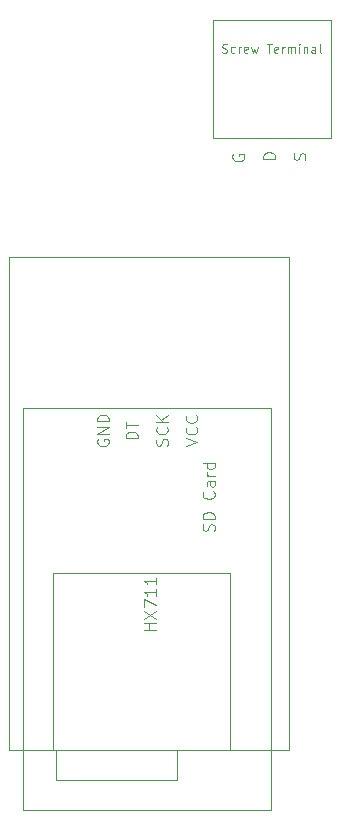
<source format=gbr>
%TF.GenerationSoftware,KiCad,Pcbnew,7.0.10*%
%TF.CreationDate,2024-02-06T12:45:22-08:00*%
%TF.ProjectId,Rocket_v1,526f636b-6574-45f7-9631-2e6b69636164,rev?*%
%TF.SameCoordinates,Original*%
%TF.FileFunction,Legend,Top*%
%TF.FilePolarity,Positive*%
%FSLAX46Y46*%
G04 Gerber Fmt 4.6, Leading zero omitted, Abs format (unit mm)*
G04 Created by KiCad (PCBNEW 7.0.10) date 2024-02-06 12:45:22*
%MOMM*%
%LPD*%
G01*
G04 APERTURE LIST*
%ADD10C,0.100000*%
G04 APERTURE END LIST*
D10*
X72218646Y-35982300D02*
X72325789Y-36018014D01*
X72325789Y-36018014D02*
X72504360Y-36018014D01*
X72504360Y-36018014D02*
X72575789Y-35982300D01*
X72575789Y-35982300D02*
X72611503Y-35946585D01*
X72611503Y-35946585D02*
X72647217Y-35875157D01*
X72647217Y-35875157D02*
X72647217Y-35803728D01*
X72647217Y-35803728D02*
X72611503Y-35732300D01*
X72611503Y-35732300D02*
X72575789Y-35696585D01*
X72575789Y-35696585D02*
X72504360Y-35660871D01*
X72504360Y-35660871D02*
X72361503Y-35625157D01*
X72361503Y-35625157D02*
X72290074Y-35589442D01*
X72290074Y-35589442D02*
X72254360Y-35553728D01*
X72254360Y-35553728D02*
X72218646Y-35482300D01*
X72218646Y-35482300D02*
X72218646Y-35410871D01*
X72218646Y-35410871D02*
X72254360Y-35339442D01*
X72254360Y-35339442D02*
X72290074Y-35303728D01*
X72290074Y-35303728D02*
X72361503Y-35268014D01*
X72361503Y-35268014D02*
X72540074Y-35268014D01*
X72540074Y-35268014D02*
X72647217Y-35303728D01*
X73290075Y-35982300D02*
X73218646Y-36018014D01*
X73218646Y-36018014D02*
X73075789Y-36018014D01*
X73075789Y-36018014D02*
X73004360Y-35982300D01*
X73004360Y-35982300D02*
X72968646Y-35946585D01*
X72968646Y-35946585D02*
X72932932Y-35875157D01*
X72932932Y-35875157D02*
X72932932Y-35660871D01*
X72932932Y-35660871D02*
X72968646Y-35589442D01*
X72968646Y-35589442D02*
X73004360Y-35553728D01*
X73004360Y-35553728D02*
X73075789Y-35518014D01*
X73075789Y-35518014D02*
X73218646Y-35518014D01*
X73218646Y-35518014D02*
X73290075Y-35553728D01*
X73611503Y-36018014D02*
X73611503Y-35518014D01*
X73611503Y-35660871D02*
X73647217Y-35589442D01*
X73647217Y-35589442D02*
X73682932Y-35553728D01*
X73682932Y-35553728D02*
X73754360Y-35518014D01*
X73754360Y-35518014D02*
X73825789Y-35518014D01*
X74361503Y-35982300D02*
X74290075Y-36018014D01*
X74290075Y-36018014D02*
X74147218Y-36018014D01*
X74147218Y-36018014D02*
X74075789Y-35982300D01*
X74075789Y-35982300D02*
X74040075Y-35910871D01*
X74040075Y-35910871D02*
X74040075Y-35625157D01*
X74040075Y-35625157D02*
X74075789Y-35553728D01*
X74075789Y-35553728D02*
X74147218Y-35518014D01*
X74147218Y-35518014D02*
X74290075Y-35518014D01*
X74290075Y-35518014D02*
X74361503Y-35553728D01*
X74361503Y-35553728D02*
X74397218Y-35625157D01*
X74397218Y-35625157D02*
X74397218Y-35696585D01*
X74397218Y-35696585D02*
X74040075Y-35768014D01*
X74647217Y-35518014D02*
X74790075Y-36018014D01*
X74790075Y-36018014D02*
X74932932Y-35660871D01*
X74932932Y-35660871D02*
X75075789Y-36018014D01*
X75075789Y-36018014D02*
X75218646Y-35518014D01*
X75968646Y-35268014D02*
X76397218Y-35268014D01*
X76182932Y-36018014D02*
X76182932Y-35268014D01*
X76932932Y-35982300D02*
X76861504Y-36018014D01*
X76861504Y-36018014D02*
X76718647Y-36018014D01*
X76718647Y-36018014D02*
X76647218Y-35982300D01*
X76647218Y-35982300D02*
X76611504Y-35910871D01*
X76611504Y-35910871D02*
X76611504Y-35625157D01*
X76611504Y-35625157D02*
X76647218Y-35553728D01*
X76647218Y-35553728D02*
X76718647Y-35518014D01*
X76718647Y-35518014D02*
X76861504Y-35518014D01*
X76861504Y-35518014D02*
X76932932Y-35553728D01*
X76932932Y-35553728D02*
X76968647Y-35625157D01*
X76968647Y-35625157D02*
X76968647Y-35696585D01*
X76968647Y-35696585D02*
X76611504Y-35768014D01*
X77290075Y-36018014D02*
X77290075Y-35518014D01*
X77290075Y-35660871D02*
X77325789Y-35589442D01*
X77325789Y-35589442D02*
X77361504Y-35553728D01*
X77361504Y-35553728D02*
X77432932Y-35518014D01*
X77432932Y-35518014D02*
X77504361Y-35518014D01*
X77754361Y-36018014D02*
X77754361Y-35518014D01*
X77754361Y-35589442D02*
X77790075Y-35553728D01*
X77790075Y-35553728D02*
X77861504Y-35518014D01*
X77861504Y-35518014D02*
X77968647Y-35518014D01*
X77968647Y-35518014D02*
X78040075Y-35553728D01*
X78040075Y-35553728D02*
X78075790Y-35625157D01*
X78075790Y-35625157D02*
X78075790Y-36018014D01*
X78075790Y-35625157D02*
X78111504Y-35553728D01*
X78111504Y-35553728D02*
X78182932Y-35518014D01*
X78182932Y-35518014D02*
X78290075Y-35518014D01*
X78290075Y-35518014D02*
X78361504Y-35553728D01*
X78361504Y-35553728D02*
X78397218Y-35625157D01*
X78397218Y-35625157D02*
X78397218Y-36018014D01*
X78754361Y-36018014D02*
X78754361Y-35518014D01*
X78754361Y-35268014D02*
X78718647Y-35303728D01*
X78718647Y-35303728D02*
X78754361Y-35339442D01*
X78754361Y-35339442D02*
X78790075Y-35303728D01*
X78790075Y-35303728D02*
X78754361Y-35268014D01*
X78754361Y-35268014D02*
X78754361Y-35339442D01*
X79111504Y-35518014D02*
X79111504Y-36018014D01*
X79111504Y-35589442D02*
X79147218Y-35553728D01*
X79147218Y-35553728D02*
X79218647Y-35518014D01*
X79218647Y-35518014D02*
X79325790Y-35518014D01*
X79325790Y-35518014D02*
X79397218Y-35553728D01*
X79397218Y-35553728D02*
X79432933Y-35625157D01*
X79432933Y-35625157D02*
X79432933Y-36018014D01*
X80111504Y-36018014D02*
X80111504Y-35625157D01*
X80111504Y-35625157D02*
X80075789Y-35553728D01*
X80075789Y-35553728D02*
X80004361Y-35518014D01*
X80004361Y-35518014D02*
X79861504Y-35518014D01*
X79861504Y-35518014D02*
X79790075Y-35553728D01*
X80111504Y-35982300D02*
X80040075Y-36018014D01*
X80040075Y-36018014D02*
X79861504Y-36018014D01*
X79861504Y-36018014D02*
X79790075Y-35982300D01*
X79790075Y-35982300D02*
X79754361Y-35910871D01*
X79754361Y-35910871D02*
X79754361Y-35839442D01*
X79754361Y-35839442D02*
X79790075Y-35768014D01*
X79790075Y-35768014D02*
X79861504Y-35732300D01*
X79861504Y-35732300D02*
X80040075Y-35732300D01*
X80040075Y-35732300D02*
X80111504Y-35696585D01*
X80575789Y-36018014D02*
X80504360Y-35982300D01*
X80504360Y-35982300D02*
X80468646Y-35910871D01*
X80468646Y-35910871D02*
X80468646Y-35268014D01*
X79214800Y-45083734D02*
X79262419Y-44940877D01*
X79262419Y-44940877D02*
X79262419Y-44702782D01*
X79262419Y-44702782D02*
X79214800Y-44607544D01*
X79214800Y-44607544D02*
X79167180Y-44559925D01*
X79167180Y-44559925D02*
X79071942Y-44512306D01*
X79071942Y-44512306D02*
X78976704Y-44512306D01*
X78976704Y-44512306D02*
X78881466Y-44559925D01*
X78881466Y-44559925D02*
X78833847Y-44607544D01*
X78833847Y-44607544D02*
X78786228Y-44702782D01*
X78786228Y-44702782D02*
X78738609Y-44893258D01*
X78738609Y-44893258D02*
X78690990Y-44988496D01*
X78690990Y-44988496D02*
X78643371Y-45036115D01*
X78643371Y-45036115D02*
X78548133Y-45083734D01*
X78548133Y-45083734D02*
X78452895Y-45083734D01*
X78452895Y-45083734D02*
X78357657Y-45036115D01*
X78357657Y-45036115D02*
X78310038Y-44988496D01*
X78310038Y-44988496D02*
X78262419Y-44893258D01*
X78262419Y-44893258D02*
X78262419Y-44655163D01*
X78262419Y-44655163D02*
X78310038Y-44512306D01*
X76702419Y-45006115D02*
X75702419Y-45006115D01*
X75702419Y-45006115D02*
X75702419Y-44768020D01*
X75702419Y-44768020D02*
X75750038Y-44625163D01*
X75750038Y-44625163D02*
X75845276Y-44529925D01*
X75845276Y-44529925D02*
X75940514Y-44482306D01*
X75940514Y-44482306D02*
X76130990Y-44434687D01*
X76130990Y-44434687D02*
X76273847Y-44434687D01*
X76273847Y-44434687D02*
X76464323Y-44482306D01*
X76464323Y-44482306D02*
X76559561Y-44529925D01*
X76559561Y-44529925D02*
X76654800Y-44625163D01*
X76654800Y-44625163D02*
X76702419Y-44768020D01*
X76702419Y-44768020D02*
X76702419Y-45006115D01*
X73130038Y-44612306D02*
X73082419Y-44707544D01*
X73082419Y-44707544D02*
X73082419Y-44850401D01*
X73082419Y-44850401D02*
X73130038Y-44993258D01*
X73130038Y-44993258D02*
X73225276Y-45088496D01*
X73225276Y-45088496D02*
X73320514Y-45136115D01*
X73320514Y-45136115D02*
X73510990Y-45183734D01*
X73510990Y-45183734D02*
X73653847Y-45183734D01*
X73653847Y-45183734D02*
X73844323Y-45136115D01*
X73844323Y-45136115D02*
X73939561Y-45088496D01*
X73939561Y-45088496D02*
X74034800Y-44993258D01*
X74034800Y-44993258D02*
X74082419Y-44850401D01*
X74082419Y-44850401D02*
X74082419Y-44755163D01*
X74082419Y-44755163D02*
X74034800Y-44612306D01*
X74034800Y-44612306D02*
X73987180Y-44564687D01*
X73987180Y-44564687D02*
X73653847Y-44564687D01*
X73653847Y-44564687D02*
X73653847Y-44755163D01*
X65052419Y-68666115D02*
X64052419Y-68666115D01*
X64052419Y-68666115D02*
X64052419Y-68428020D01*
X64052419Y-68428020D02*
X64100038Y-68285163D01*
X64100038Y-68285163D02*
X64195276Y-68189925D01*
X64195276Y-68189925D02*
X64290514Y-68142306D01*
X64290514Y-68142306D02*
X64480990Y-68094687D01*
X64480990Y-68094687D02*
X64623847Y-68094687D01*
X64623847Y-68094687D02*
X64814323Y-68142306D01*
X64814323Y-68142306D02*
X64909561Y-68189925D01*
X64909561Y-68189925D02*
X65004800Y-68285163D01*
X65004800Y-68285163D02*
X65052419Y-68428020D01*
X65052419Y-68428020D02*
X65052419Y-68666115D01*
X64052419Y-67808972D02*
X64052419Y-67237544D01*
X65052419Y-67523258D02*
X64052419Y-67523258D01*
X69122419Y-69268972D02*
X70122419Y-68935639D01*
X70122419Y-68935639D02*
X69122419Y-68602306D01*
X70027180Y-67697544D02*
X70074800Y-67745163D01*
X70074800Y-67745163D02*
X70122419Y-67888020D01*
X70122419Y-67888020D02*
X70122419Y-67983258D01*
X70122419Y-67983258D02*
X70074800Y-68126115D01*
X70074800Y-68126115D02*
X69979561Y-68221353D01*
X69979561Y-68221353D02*
X69884323Y-68268972D01*
X69884323Y-68268972D02*
X69693847Y-68316591D01*
X69693847Y-68316591D02*
X69550990Y-68316591D01*
X69550990Y-68316591D02*
X69360514Y-68268972D01*
X69360514Y-68268972D02*
X69265276Y-68221353D01*
X69265276Y-68221353D02*
X69170038Y-68126115D01*
X69170038Y-68126115D02*
X69122419Y-67983258D01*
X69122419Y-67983258D02*
X69122419Y-67888020D01*
X69122419Y-67888020D02*
X69170038Y-67745163D01*
X69170038Y-67745163D02*
X69217657Y-67697544D01*
X70027180Y-66697544D02*
X70074800Y-66745163D01*
X70074800Y-66745163D02*
X70122419Y-66888020D01*
X70122419Y-66888020D02*
X70122419Y-66983258D01*
X70122419Y-66983258D02*
X70074800Y-67126115D01*
X70074800Y-67126115D02*
X69979561Y-67221353D01*
X69979561Y-67221353D02*
X69884323Y-67268972D01*
X69884323Y-67268972D02*
X69693847Y-67316591D01*
X69693847Y-67316591D02*
X69550990Y-67316591D01*
X69550990Y-67316591D02*
X69360514Y-67268972D01*
X69360514Y-67268972D02*
X69265276Y-67221353D01*
X69265276Y-67221353D02*
X69170038Y-67126115D01*
X69170038Y-67126115D02*
X69122419Y-66983258D01*
X69122419Y-66983258D02*
X69122419Y-66888020D01*
X69122419Y-66888020D02*
X69170038Y-66745163D01*
X69170038Y-66745163D02*
X69217657Y-66697544D01*
X67564800Y-69263734D02*
X67612419Y-69120877D01*
X67612419Y-69120877D02*
X67612419Y-68882782D01*
X67612419Y-68882782D02*
X67564800Y-68787544D01*
X67564800Y-68787544D02*
X67517180Y-68739925D01*
X67517180Y-68739925D02*
X67421942Y-68692306D01*
X67421942Y-68692306D02*
X67326704Y-68692306D01*
X67326704Y-68692306D02*
X67231466Y-68739925D01*
X67231466Y-68739925D02*
X67183847Y-68787544D01*
X67183847Y-68787544D02*
X67136228Y-68882782D01*
X67136228Y-68882782D02*
X67088609Y-69073258D01*
X67088609Y-69073258D02*
X67040990Y-69168496D01*
X67040990Y-69168496D02*
X66993371Y-69216115D01*
X66993371Y-69216115D02*
X66898133Y-69263734D01*
X66898133Y-69263734D02*
X66802895Y-69263734D01*
X66802895Y-69263734D02*
X66707657Y-69216115D01*
X66707657Y-69216115D02*
X66660038Y-69168496D01*
X66660038Y-69168496D02*
X66612419Y-69073258D01*
X66612419Y-69073258D02*
X66612419Y-68835163D01*
X66612419Y-68835163D02*
X66660038Y-68692306D01*
X67517180Y-67692306D02*
X67564800Y-67739925D01*
X67564800Y-67739925D02*
X67612419Y-67882782D01*
X67612419Y-67882782D02*
X67612419Y-67978020D01*
X67612419Y-67978020D02*
X67564800Y-68120877D01*
X67564800Y-68120877D02*
X67469561Y-68216115D01*
X67469561Y-68216115D02*
X67374323Y-68263734D01*
X67374323Y-68263734D02*
X67183847Y-68311353D01*
X67183847Y-68311353D02*
X67040990Y-68311353D01*
X67040990Y-68311353D02*
X66850514Y-68263734D01*
X66850514Y-68263734D02*
X66755276Y-68216115D01*
X66755276Y-68216115D02*
X66660038Y-68120877D01*
X66660038Y-68120877D02*
X66612419Y-67978020D01*
X66612419Y-67978020D02*
X66612419Y-67882782D01*
X66612419Y-67882782D02*
X66660038Y-67739925D01*
X66660038Y-67739925D02*
X66707657Y-67692306D01*
X67612419Y-67263734D02*
X66612419Y-67263734D01*
X67612419Y-66692306D02*
X67040990Y-67120877D01*
X66612419Y-66692306D02*
X67183847Y-67263734D01*
X66582419Y-84866115D02*
X65582419Y-84866115D01*
X66058609Y-84866115D02*
X66058609Y-84294687D01*
X66582419Y-84294687D02*
X65582419Y-84294687D01*
X65582419Y-83913734D02*
X66582419Y-83247068D01*
X65582419Y-83247068D02*
X66582419Y-83913734D01*
X65582419Y-82961353D02*
X65582419Y-82294687D01*
X65582419Y-82294687D02*
X66582419Y-82723258D01*
X66582419Y-81389925D02*
X66582419Y-81961353D01*
X66582419Y-81675639D02*
X65582419Y-81675639D01*
X65582419Y-81675639D02*
X65725276Y-81770877D01*
X65725276Y-81770877D02*
X65820514Y-81866115D01*
X65820514Y-81866115D02*
X65868133Y-81961353D01*
X66582419Y-80437544D02*
X66582419Y-81008972D01*
X66582419Y-80723258D02*
X65582419Y-80723258D01*
X65582419Y-80723258D02*
X65725276Y-80818496D01*
X65725276Y-80818496D02*
X65820514Y-80913734D01*
X65820514Y-80913734D02*
X65868133Y-81008972D01*
X61680038Y-68742306D02*
X61632419Y-68837544D01*
X61632419Y-68837544D02*
X61632419Y-68980401D01*
X61632419Y-68980401D02*
X61680038Y-69123258D01*
X61680038Y-69123258D02*
X61775276Y-69218496D01*
X61775276Y-69218496D02*
X61870514Y-69266115D01*
X61870514Y-69266115D02*
X62060990Y-69313734D01*
X62060990Y-69313734D02*
X62203847Y-69313734D01*
X62203847Y-69313734D02*
X62394323Y-69266115D01*
X62394323Y-69266115D02*
X62489561Y-69218496D01*
X62489561Y-69218496D02*
X62584800Y-69123258D01*
X62584800Y-69123258D02*
X62632419Y-68980401D01*
X62632419Y-68980401D02*
X62632419Y-68885163D01*
X62632419Y-68885163D02*
X62584800Y-68742306D01*
X62584800Y-68742306D02*
X62537180Y-68694687D01*
X62537180Y-68694687D02*
X62203847Y-68694687D01*
X62203847Y-68694687D02*
X62203847Y-68885163D01*
X62632419Y-68266115D02*
X61632419Y-68266115D01*
X61632419Y-68266115D02*
X62632419Y-67694687D01*
X62632419Y-67694687D02*
X61632419Y-67694687D01*
X62632419Y-67218496D02*
X61632419Y-67218496D01*
X61632419Y-67218496D02*
X61632419Y-66980401D01*
X61632419Y-66980401D02*
X61680038Y-66837544D01*
X61680038Y-66837544D02*
X61775276Y-66742306D01*
X61775276Y-66742306D02*
X61870514Y-66694687D01*
X61870514Y-66694687D02*
X62060990Y-66647068D01*
X62060990Y-66647068D02*
X62203847Y-66647068D01*
X62203847Y-66647068D02*
X62394323Y-66694687D01*
X62394323Y-66694687D02*
X62489561Y-66742306D01*
X62489561Y-66742306D02*
X62584800Y-66837544D01*
X62584800Y-66837544D02*
X62632419Y-66980401D01*
X62632419Y-66980401D02*
X62632419Y-67218496D01*
X71524800Y-76483734D02*
X71572419Y-76340877D01*
X71572419Y-76340877D02*
X71572419Y-76102782D01*
X71572419Y-76102782D02*
X71524800Y-76007544D01*
X71524800Y-76007544D02*
X71477180Y-75959925D01*
X71477180Y-75959925D02*
X71381942Y-75912306D01*
X71381942Y-75912306D02*
X71286704Y-75912306D01*
X71286704Y-75912306D02*
X71191466Y-75959925D01*
X71191466Y-75959925D02*
X71143847Y-76007544D01*
X71143847Y-76007544D02*
X71096228Y-76102782D01*
X71096228Y-76102782D02*
X71048609Y-76293258D01*
X71048609Y-76293258D02*
X71000990Y-76388496D01*
X71000990Y-76388496D02*
X70953371Y-76436115D01*
X70953371Y-76436115D02*
X70858133Y-76483734D01*
X70858133Y-76483734D02*
X70762895Y-76483734D01*
X70762895Y-76483734D02*
X70667657Y-76436115D01*
X70667657Y-76436115D02*
X70620038Y-76388496D01*
X70620038Y-76388496D02*
X70572419Y-76293258D01*
X70572419Y-76293258D02*
X70572419Y-76055163D01*
X70572419Y-76055163D02*
X70620038Y-75912306D01*
X71572419Y-75483734D02*
X70572419Y-75483734D01*
X70572419Y-75483734D02*
X70572419Y-75245639D01*
X70572419Y-75245639D02*
X70620038Y-75102782D01*
X70620038Y-75102782D02*
X70715276Y-75007544D01*
X70715276Y-75007544D02*
X70810514Y-74959925D01*
X70810514Y-74959925D02*
X71000990Y-74912306D01*
X71000990Y-74912306D02*
X71143847Y-74912306D01*
X71143847Y-74912306D02*
X71334323Y-74959925D01*
X71334323Y-74959925D02*
X71429561Y-75007544D01*
X71429561Y-75007544D02*
X71524800Y-75102782D01*
X71524800Y-75102782D02*
X71572419Y-75245639D01*
X71572419Y-75245639D02*
X71572419Y-75483734D01*
X71477180Y-73150401D02*
X71524800Y-73198020D01*
X71524800Y-73198020D02*
X71572419Y-73340877D01*
X71572419Y-73340877D02*
X71572419Y-73436115D01*
X71572419Y-73436115D02*
X71524800Y-73578972D01*
X71524800Y-73578972D02*
X71429561Y-73674210D01*
X71429561Y-73674210D02*
X71334323Y-73721829D01*
X71334323Y-73721829D02*
X71143847Y-73769448D01*
X71143847Y-73769448D02*
X71000990Y-73769448D01*
X71000990Y-73769448D02*
X70810514Y-73721829D01*
X70810514Y-73721829D02*
X70715276Y-73674210D01*
X70715276Y-73674210D02*
X70620038Y-73578972D01*
X70620038Y-73578972D02*
X70572419Y-73436115D01*
X70572419Y-73436115D02*
X70572419Y-73340877D01*
X70572419Y-73340877D02*
X70620038Y-73198020D01*
X70620038Y-73198020D02*
X70667657Y-73150401D01*
X71572419Y-72293258D02*
X71048609Y-72293258D01*
X71048609Y-72293258D02*
X70953371Y-72340877D01*
X70953371Y-72340877D02*
X70905752Y-72436115D01*
X70905752Y-72436115D02*
X70905752Y-72626591D01*
X70905752Y-72626591D02*
X70953371Y-72721829D01*
X71524800Y-72293258D02*
X71572419Y-72388496D01*
X71572419Y-72388496D02*
X71572419Y-72626591D01*
X71572419Y-72626591D02*
X71524800Y-72721829D01*
X71524800Y-72721829D02*
X71429561Y-72769448D01*
X71429561Y-72769448D02*
X71334323Y-72769448D01*
X71334323Y-72769448D02*
X71239085Y-72721829D01*
X71239085Y-72721829D02*
X71191466Y-72626591D01*
X71191466Y-72626591D02*
X71191466Y-72388496D01*
X71191466Y-72388496D02*
X71143847Y-72293258D01*
X71572419Y-71817067D02*
X70905752Y-71817067D01*
X71096228Y-71817067D02*
X71000990Y-71769448D01*
X71000990Y-71769448D02*
X70953371Y-71721829D01*
X70953371Y-71721829D02*
X70905752Y-71626591D01*
X70905752Y-71626591D02*
X70905752Y-71531353D01*
X71572419Y-70769448D02*
X70572419Y-70769448D01*
X71524800Y-70769448D02*
X71572419Y-70864686D01*
X71572419Y-70864686D02*
X71572419Y-71055162D01*
X71572419Y-71055162D02*
X71524800Y-71150400D01*
X71524800Y-71150400D02*
X71477180Y-71198019D01*
X71477180Y-71198019D02*
X71381942Y-71245638D01*
X71381942Y-71245638D02*
X71096228Y-71245638D01*
X71096228Y-71245638D02*
X71000990Y-71198019D01*
X71000990Y-71198019D02*
X70953371Y-71150400D01*
X70953371Y-71150400D02*
X70905752Y-71055162D01*
X70905752Y-71055162D02*
X70905752Y-70864686D01*
X70905752Y-70864686D02*
X70953371Y-70769448D01*
%TO.C,Screw1*%
X71450000Y-33245000D02*
X81450000Y-33245000D01*
X81450000Y-33245000D02*
X81450000Y-43245000D01*
X81450000Y-43245000D02*
X71450000Y-43245000D01*
X71450000Y-43245000D02*
X71450000Y-33245000D01*
%TO.C,HX1*%
X55320000Y-100090000D02*
X76390000Y-100090000D01*
X76390000Y-100090000D02*
X76390000Y-66090000D01*
X76390000Y-66090000D02*
X55320000Y-66090000D01*
X55320000Y-66090000D02*
X55320000Y-100090000D01*
X58160000Y-97620000D02*
X68360000Y-97620000D01*
X68360000Y-97620000D02*
X68360000Y-95030000D01*
X68360000Y-95030000D02*
X58160000Y-95030000D01*
X58160000Y-95030000D02*
X58160000Y-97620000D01*
%TO.C,Sdcard1*%
X54140000Y-95040000D02*
X77850000Y-95040000D01*
X77850000Y-95040000D02*
X77850000Y-53300000D01*
X77850000Y-53300000D02*
X54140000Y-53300000D01*
X54140000Y-53300000D02*
X54140000Y-95040000D01*
X57910000Y-95040000D02*
X72910000Y-95040000D01*
X72910000Y-95040000D02*
X72910000Y-80040000D01*
X72910000Y-80040000D02*
X57910000Y-80040000D01*
X57910000Y-80040000D02*
X57910000Y-95040000D01*
%TD*%
M02*

</source>
